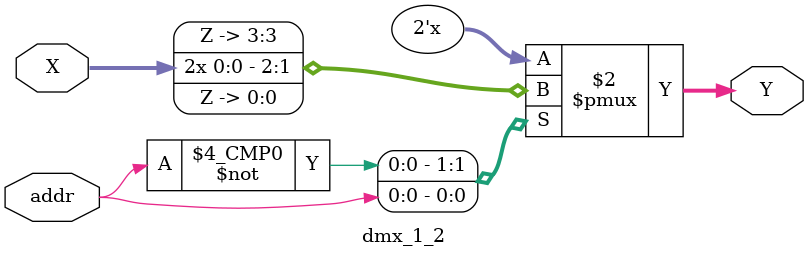
<source format=v>
module dmx_1_2 (
		input addr,
		input X,
		output reg [1:0] Y
);

always @(*) case(addr)
1'd0: Y = {1'bz, X};
1'd1: Y = {X, 1'bz};
default : Y = 2'bzz;

endcase

endmodule

</source>
